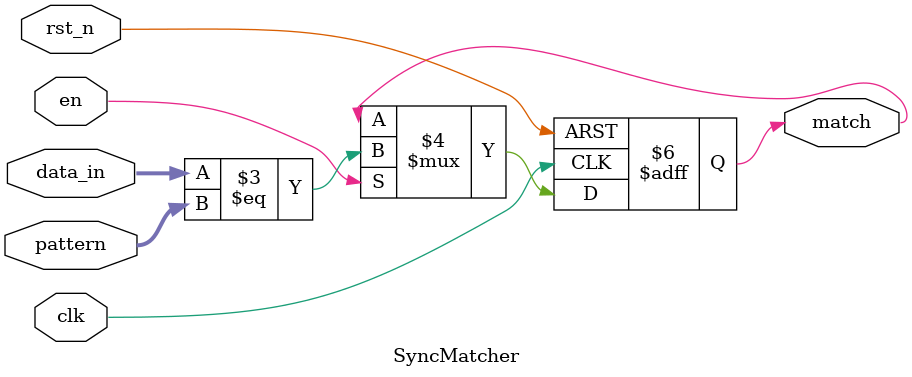
<source format=sv>
module SyncMatcher #(parameter WIDTH=8) (
    input clk, rst_n, en,
    input [WIDTH-1:0] data_in, pattern,
    output reg match
);
always @(posedge clk or negedge rst_n) begin
    if (!rst_n) match <= 1'b0;
    else if (en) match <= (data_in == pattern);
end
endmodule

</source>
